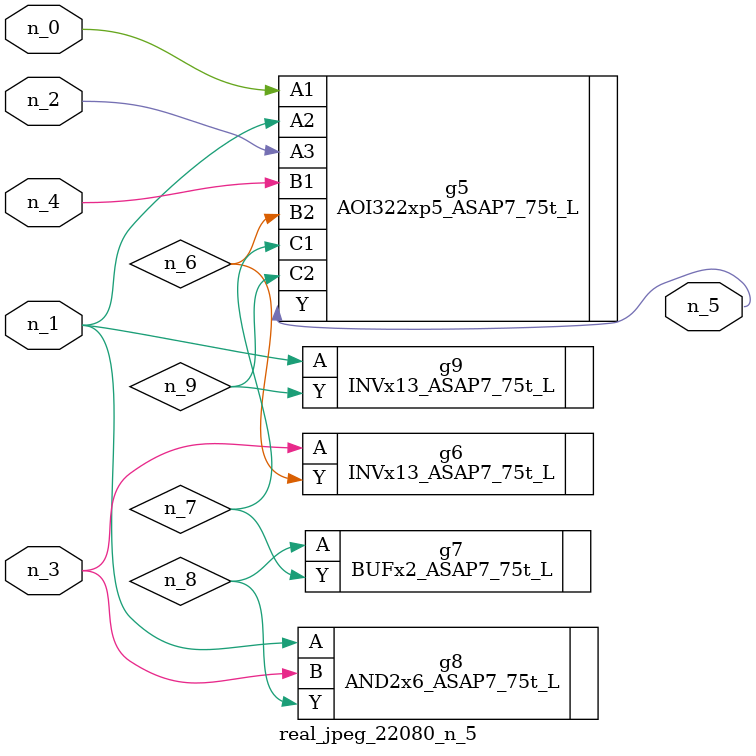
<source format=v>
module real_jpeg_22080_n_5 (n_4, n_0, n_1, n_2, n_3, n_5);

input n_4;
input n_0;
input n_1;
input n_2;
input n_3;

output n_5;

wire n_8;
wire n_6;
wire n_7;
wire n_9;

AOI322xp5_ASAP7_75t_L g5 ( 
.A1(n_0),
.A2(n_1),
.A3(n_2),
.B1(n_4),
.B2(n_6),
.C1(n_7),
.C2(n_9),
.Y(n_5)
);

AND2x6_ASAP7_75t_L g8 ( 
.A(n_1),
.B(n_3),
.Y(n_8)
);

INVx13_ASAP7_75t_L g9 ( 
.A(n_1),
.Y(n_9)
);

INVx13_ASAP7_75t_L g6 ( 
.A(n_3),
.Y(n_6)
);

BUFx2_ASAP7_75t_L g7 ( 
.A(n_8),
.Y(n_7)
);


endmodule
</source>
